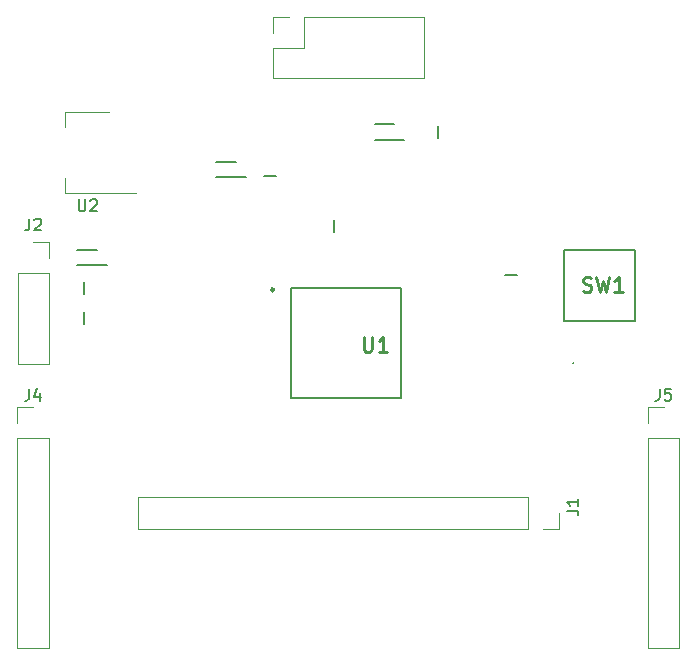
<source format=gbr>
%TF.GenerationSoftware,KiCad,Pcbnew,(6.0.7)*%
%TF.CreationDate,2022-10-18T11:50:53-04:00*%
%TF.ProjectId,LCDPCB,4c434450-4342-42e6-9b69-6361645f7063,rev?*%
%TF.SameCoordinates,Original*%
%TF.FileFunction,Legend,Top*%
%TF.FilePolarity,Positive*%
%FSLAX46Y46*%
G04 Gerber Fmt 4.6, Leading zero omitted, Abs format (unit mm)*
G04 Created by KiCad (PCBNEW (6.0.7)) date 2022-10-18 11:50:53*
%MOMM*%
%LPD*%
G01*
G04 APERTURE LIST*
%ADD10C,0.150000*%
%ADD11C,0.254000*%
%ADD12C,0.200000*%
%ADD13C,0.120000*%
%ADD14C,0.250000*%
G04 APERTURE END LIST*
D10*
%TO.C,J2*%
X113991666Y-74162380D02*
X113991666Y-74876666D01*
X113944047Y-75019523D01*
X113848809Y-75114761D01*
X113705952Y-75162380D01*
X113610714Y-75162380D01*
X114420238Y-74257619D02*
X114467857Y-74210000D01*
X114563095Y-74162380D01*
X114801190Y-74162380D01*
X114896428Y-74210000D01*
X114944047Y-74257619D01*
X114991666Y-74352857D01*
X114991666Y-74448095D01*
X114944047Y-74590952D01*
X114372619Y-75162380D01*
X114991666Y-75162380D01*
%TO.C,U2*%
X118160895Y-72532380D02*
X118160895Y-73341904D01*
X118208514Y-73437142D01*
X118256133Y-73484761D01*
X118351371Y-73532380D01*
X118541847Y-73532380D01*
X118637085Y-73484761D01*
X118684704Y-73437142D01*
X118732323Y-73341904D01*
X118732323Y-72532380D01*
X119160895Y-72627619D02*
X119208514Y-72580000D01*
X119303752Y-72532380D01*
X119541847Y-72532380D01*
X119637085Y-72580000D01*
X119684704Y-72627619D01*
X119732323Y-72722857D01*
X119732323Y-72818095D01*
X119684704Y-72960952D01*
X119113276Y-73532380D01*
X119732323Y-73532380D01*
D11*
%TO.C,SW1*%
X160854866Y-80298847D02*
X161036295Y-80359323D01*
X161338676Y-80359323D01*
X161459628Y-80298847D01*
X161520104Y-80238371D01*
X161580580Y-80117419D01*
X161580580Y-79996466D01*
X161520104Y-79875514D01*
X161459628Y-79815038D01*
X161338676Y-79754561D01*
X161096771Y-79694085D01*
X160975819Y-79633609D01*
X160915342Y-79573133D01*
X160854866Y-79452180D01*
X160854866Y-79331228D01*
X160915342Y-79210276D01*
X160975819Y-79149800D01*
X161096771Y-79089323D01*
X161399152Y-79089323D01*
X161580580Y-79149800D01*
X162003914Y-79089323D02*
X162306295Y-80359323D01*
X162548200Y-79452180D01*
X162790104Y-80359323D01*
X163092485Y-79089323D01*
X164241533Y-80359323D02*
X163515819Y-80359323D01*
X163878676Y-80359323D02*
X163878676Y-79089323D01*
X163757723Y-79270752D01*
X163636771Y-79391704D01*
X163515819Y-79452180D01*
D10*
%TO.C,J4*%
X113966666Y-88562380D02*
X113966666Y-89276666D01*
X113919047Y-89419523D01*
X113823809Y-89514761D01*
X113680952Y-89562380D01*
X113585714Y-89562380D01*
X114871428Y-88895714D02*
X114871428Y-89562380D01*
X114633333Y-88514761D02*
X114395238Y-89229047D01*
X115014285Y-89229047D01*
%TO.C,J1*%
X159472380Y-98885333D02*
X160186666Y-98885333D01*
X160329523Y-98932952D01*
X160424761Y-99028190D01*
X160472380Y-99171047D01*
X160472380Y-99266285D01*
X160472380Y-97885333D02*
X160472380Y-98456761D01*
X160472380Y-98171047D02*
X159472380Y-98171047D01*
X159615238Y-98266285D01*
X159710476Y-98361523D01*
X159758095Y-98456761D01*
D11*
%TO.C,U1*%
X142288380Y-84140523D02*
X142288380Y-85168619D01*
X142348857Y-85289571D01*
X142409333Y-85350047D01*
X142530285Y-85410523D01*
X142772190Y-85410523D01*
X142893142Y-85350047D01*
X142953619Y-85289571D01*
X143014095Y-85168619D01*
X143014095Y-84140523D01*
X144284095Y-85410523D02*
X143558380Y-85410523D01*
X143921238Y-85410523D02*
X143921238Y-84140523D01*
X143800285Y-84321952D01*
X143679333Y-84442904D01*
X143558380Y-84503380D01*
D10*
%TO.C,J5*%
X167357466Y-88562380D02*
X167357466Y-89276666D01*
X167309847Y-89419523D01*
X167214609Y-89514761D01*
X167071752Y-89562380D01*
X166976514Y-89562380D01*
X168309847Y-88562380D02*
X167833657Y-88562380D01*
X167786038Y-89038571D01*
X167833657Y-88990952D01*
X167928895Y-88943333D01*
X168166990Y-88943333D01*
X168262228Y-88990952D01*
X168309847Y-89038571D01*
X168357466Y-89133809D01*
X168357466Y-89371904D01*
X168309847Y-89467142D01*
X168262228Y-89514761D01*
X168166990Y-89562380D01*
X167928895Y-89562380D01*
X167833657Y-89514761D01*
X167786038Y-89467142D01*
D12*
%TO.C,R6*%
X118618000Y-83075000D02*
X118618000Y-82025000D01*
D13*
%TO.C,J2*%
X115655000Y-76150000D02*
X115655000Y-77480000D01*
X112995000Y-78750000D02*
X112995000Y-86430000D01*
X112995000Y-78750000D02*
X115655000Y-78750000D01*
X112995000Y-86430000D02*
X115655000Y-86430000D01*
X114325000Y-76150000D02*
X115655000Y-76150000D01*
X115655000Y-78750000D02*
X115655000Y-86430000D01*
D12*
%TO.C,R3*%
X134865600Y-70561200D02*
X133815600Y-70561200D01*
D13*
%TO.C,U2*%
X120772800Y-65170000D02*
X117012800Y-65170000D01*
X117012800Y-65170000D02*
X117012800Y-66430000D01*
X123022800Y-71990000D02*
X117012800Y-71990000D01*
X117012800Y-71990000D02*
X117012800Y-70730000D01*
D12*
%TO.C,SW1*%
X159255200Y-82806800D02*
X165255200Y-82806800D01*
X165255200Y-82806800D02*
X165255200Y-76806800D01*
X159255200Y-76806800D02*
X159255200Y-82806800D01*
X165255200Y-76806800D02*
X159255200Y-76806800D01*
X160057200Y-86345800D02*
G75*
G03*
X160057200Y-86345800I-52000J0D01*
G01*
%TO.C,D1*%
X119702000Y-76830000D02*
X118042000Y-76830000D01*
X120554000Y-78110000D02*
X118042000Y-78110000D01*
D13*
%TO.C,J4*%
X112970000Y-91440000D02*
X112970000Y-90110000D01*
X112970000Y-92710000D02*
X115630000Y-92710000D01*
X112970000Y-92710000D02*
X112970000Y-110550000D01*
X112970000Y-90110000D02*
X114300000Y-90110000D01*
X115630000Y-92710000D02*
X115630000Y-110550000D01*
X112970000Y-110550000D02*
X115630000Y-110550000D01*
D12*
%TO.C,R4*%
X148615400Y-66277000D02*
X148615400Y-67327000D01*
%TO.C,D2*%
X132339600Y-70667800D02*
X129827600Y-70667800D01*
X131487600Y-69387800D02*
X129827600Y-69387800D01*
%TO.C,R2*%
X139787000Y-75288000D02*
X139787000Y-74238000D01*
D13*
%TO.C,J1*%
X156230000Y-100415000D02*
X123150000Y-100415000D01*
X123150000Y-97755000D02*
X123150000Y-100415000D01*
X158830000Y-99085000D02*
X158830000Y-100415000D01*
X158830000Y-100415000D02*
X157500000Y-100415000D01*
X156230000Y-97755000D02*
X156230000Y-100415000D01*
X156230000Y-97755000D02*
X123150000Y-97755000D01*
D12*
%TO.C,D3*%
X144898800Y-66187400D02*
X143238800Y-66187400D01*
X145750800Y-67467400D02*
X143238800Y-67467400D01*
%TO.C,U1*%
X136142200Y-80033600D02*
X145442200Y-80033600D01*
X136142200Y-89333600D02*
X136142200Y-80033600D01*
X145442200Y-80033600D02*
X145442200Y-89333600D01*
X145442200Y-89333600D02*
X136142200Y-89333600D01*
D14*
X134692200Y-80183600D02*
G75*
G03*
X134692200Y-80183600I-125000J0D01*
G01*
D13*
%TO.C,J3*%
X137220000Y-59670000D02*
X137220000Y-57070000D01*
X134620000Y-59670000D02*
X137220000Y-59670000D01*
X147440000Y-62270000D02*
X147440000Y-57070000D01*
X134620000Y-62270000D02*
X147440000Y-62270000D01*
X134620000Y-57070000D02*
X135950000Y-57070000D01*
X137220000Y-57070000D02*
X147440000Y-57070000D01*
X134620000Y-62270000D02*
X134620000Y-59670000D01*
X134620000Y-58400000D02*
X134620000Y-57070000D01*
D12*
%TO.C,R1*%
X154250000Y-78950000D02*
X155300000Y-78950000D01*
%TO.C,R5*%
X118618000Y-80535000D02*
X118618000Y-79485000D01*
D13*
%TO.C,J5*%
X166360800Y-90110000D02*
X167690800Y-90110000D01*
X166360800Y-110550000D02*
X169020800Y-110550000D01*
X166360800Y-92710000D02*
X166360800Y-110550000D01*
X166360800Y-92710000D02*
X169020800Y-92710000D01*
X166360800Y-91440000D02*
X166360800Y-90110000D01*
X169020800Y-92710000D02*
X169020800Y-110550000D01*
%TD*%
M02*

</source>
